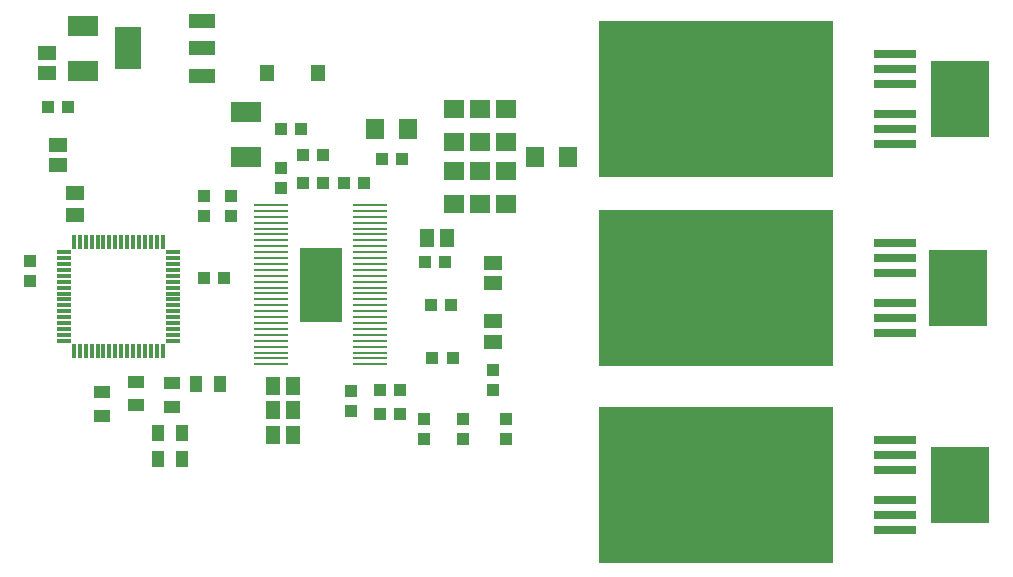
<source format=gtp>
G75*
%MOIN*%
%OFA0B0*%
%FSLAX25Y25*%
%IPPOS*%
%LPD*%
%AMOC8*
5,1,8,0,0,1.08239X$1,22.5*
%
%ADD10R,0.05118X0.05906*%
%ADD11R,0.06299X0.07087*%
%ADD12R,0.07087X0.06299*%
%ADD13R,0.05906X0.05118*%
%ADD14R,0.09843X0.06693*%
%ADD15R,0.03937X0.04331*%
%ADD16R,0.04331X0.03937*%
%ADD17R,0.05000X0.05787*%
%ADD18R,0.04331X0.05512*%
%ADD19R,0.05512X0.04331*%
%ADD20R,0.06299X0.05118*%
%ADD21R,0.78000X0.52000*%
%ADD22R,0.14000X0.02800*%
%ADD23R,0.08800X0.04800*%
%ADD24R,0.08661X0.14173*%
%ADD25R,0.19200X0.25400*%
%ADD26R,0.11575X0.01063*%
%ADD27R,0.14213X0.25000*%
%ADD28R,0.04724X0.01181*%
%ADD29R,0.01181X0.04724*%
D10*
X0140879Y0066115D03*
X0147572Y0066115D03*
X0147572Y0074240D03*
X0140879Y0074240D03*
X0140879Y0082365D03*
X0147572Y0082365D03*
X0192129Y0131740D03*
X0198822Y0131740D03*
D11*
X0228089Y0158615D03*
X0239112Y0158615D03*
X0185987Y0167990D03*
X0174964Y0167990D03*
D12*
X0201101Y0163728D03*
X0209851Y0163728D03*
X0218601Y0163728D03*
X0218601Y0154126D03*
X0209851Y0154126D03*
X0201101Y0154126D03*
X0201101Y0143103D03*
X0209851Y0143103D03*
X0218601Y0143103D03*
X0218601Y0174751D03*
X0209851Y0174751D03*
X0201101Y0174751D03*
D13*
X0214226Y0123211D03*
X0214226Y0116518D03*
X0214226Y0103836D03*
X0214226Y0097143D03*
X0069226Y0155893D03*
X0069226Y0162586D03*
X0065476Y0186518D03*
X0065476Y0193211D03*
D14*
X0077351Y0187384D03*
X0077351Y0202345D03*
X0131726Y0173595D03*
X0131726Y0158634D03*
D15*
X0143379Y0167990D03*
X0150072Y0167990D03*
X0150879Y0159240D03*
X0157572Y0159240D03*
X0157572Y0149865D03*
X0150879Y0149865D03*
X0164629Y0149865D03*
X0171322Y0149865D03*
X0177129Y0157990D03*
X0183822Y0157990D03*
X0191504Y0123615D03*
X0198197Y0123615D03*
X0200072Y0109240D03*
X0193379Y0109240D03*
X0194004Y0091740D03*
X0200697Y0091740D03*
X0183197Y0072990D03*
X0176504Y0072990D03*
X0191101Y0071336D03*
X0191101Y0064643D03*
X0059851Y0117456D03*
X0059851Y0124149D03*
X0065879Y0175490D03*
X0072572Y0175490D03*
D16*
X0117976Y0145711D03*
X0126726Y0145711D03*
X0126726Y0139018D03*
X0117976Y0139018D03*
X0143601Y0148393D03*
X0143601Y0155086D03*
X0124447Y0118302D03*
X0117754Y0118302D03*
X0166726Y0080711D03*
X0176504Y0081115D03*
X0183197Y0081115D03*
X0166726Y0074018D03*
X0204226Y0071336D03*
X0204226Y0064643D03*
X0218601Y0064643D03*
X0218601Y0071336D03*
X0214226Y0080893D03*
X0214226Y0087586D03*
D17*
X0155815Y0186740D03*
X0138886Y0186740D03*
D18*
X0102476Y0057990D03*
X0110350Y0057990D03*
X0110350Y0066740D03*
X0102476Y0066740D03*
X0115289Y0082990D03*
X0123163Y0082990D03*
D19*
X0107038Y0083177D03*
X0095163Y0083802D03*
X0083913Y0080364D03*
X0083913Y0072490D03*
X0095163Y0075928D03*
X0107038Y0075303D03*
D20*
X0074851Y0139250D03*
X0074851Y0146730D03*
D21*
X0288601Y0177990D03*
X0288601Y0114865D03*
X0288601Y0049240D03*
D22*
X0348151Y0054240D03*
X0348151Y0059240D03*
X0348151Y0064240D03*
X0348151Y0044240D03*
X0348151Y0039240D03*
X0348151Y0034240D03*
X0348151Y0099865D03*
X0348151Y0104865D03*
X0348151Y0109865D03*
X0348151Y0119865D03*
X0348151Y0124865D03*
X0348151Y0129865D03*
X0348151Y0162990D03*
X0348151Y0167990D03*
X0348151Y0172990D03*
X0348151Y0182990D03*
X0348151Y0187990D03*
X0348151Y0192990D03*
D23*
X0117051Y0194865D03*
X0117051Y0203965D03*
X0117051Y0185765D03*
D24*
X0092650Y0194865D03*
D25*
X0369226Y0114865D03*
X0369851Y0177990D03*
X0369851Y0049240D03*
D26*
X0173327Y0089540D03*
X0173327Y0091508D03*
X0173327Y0093477D03*
X0173327Y0095445D03*
X0173327Y0097414D03*
X0173327Y0099382D03*
X0173327Y0101351D03*
X0173327Y0103319D03*
X0173327Y0105288D03*
X0173327Y0107256D03*
X0173327Y0109225D03*
X0173327Y0111193D03*
X0173327Y0113162D03*
X0173327Y0115130D03*
X0173327Y0117099D03*
X0173327Y0119067D03*
X0173327Y0121036D03*
X0173327Y0123004D03*
X0173327Y0124973D03*
X0173327Y0126941D03*
X0173327Y0128910D03*
X0173327Y0130878D03*
X0173327Y0132847D03*
X0173327Y0134815D03*
X0173327Y0136784D03*
X0173327Y0138752D03*
X0173327Y0140721D03*
X0173327Y0142689D03*
X0140321Y0142689D03*
X0140321Y0140721D03*
X0140321Y0138752D03*
X0140321Y0136784D03*
X0140321Y0134815D03*
X0140321Y0132847D03*
X0140321Y0130878D03*
X0140321Y0128910D03*
X0140321Y0126941D03*
X0140321Y0124973D03*
X0140321Y0123004D03*
X0140321Y0121036D03*
X0140321Y0119067D03*
X0140321Y0117099D03*
X0140321Y0115130D03*
X0140321Y0113162D03*
X0140321Y0111193D03*
X0140321Y0109225D03*
X0140321Y0107256D03*
X0140321Y0105288D03*
X0140321Y0103319D03*
X0140321Y0101351D03*
X0140321Y0099382D03*
X0140321Y0097414D03*
X0140321Y0095445D03*
X0140321Y0093477D03*
X0140321Y0091508D03*
X0140321Y0089540D03*
D27*
X0156726Y0116115D03*
D28*
X0107464Y0117089D03*
X0107464Y0115121D03*
X0107464Y0113152D03*
X0107464Y0111184D03*
X0107464Y0109215D03*
X0107464Y0107247D03*
X0107464Y0105278D03*
X0107464Y0103310D03*
X0107464Y0101341D03*
X0107464Y0099373D03*
X0107464Y0097404D03*
X0071047Y0097404D03*
X0071047Y0099373D03*
X0071047Y0101341D03*
X0071047Y0103310D03*
X0071047Y0105278D03*
X0071047Y0107247D03*
X0071047Y0109215D03*
X0071047Y0111184D03*
X0071047Y0113152D03*
X0071047Y0115121D03*
X0071047Y0117089D03*
X0071047Y0119058D03*
X0071047Y0121026D03*
X0071047Y0122995D03*
X0071047Y0124963D03*
X0071047Y0126932D03*
X0107464Y0126932D03*
X0107464Y0124963D03*
X0107464Y0122995D03*
X0107464Y0121026D03*
X0107464Y0119058D03*
D29*
X0104019Y0130376D03*
X0102050Y0130376D03*
X0100082Y0130376D03*
X0098113Y0130376D03*
X0096145Y0130376D03*
X0094176Y0130376D03*
X0092208Y0130376D03*
X0090239Y0130376D03*
X0088271Y0130376D03*
X0086302Y0130376D03*
X0084334Y0130376D03*
X0082365Y0130376D03*
X0080397Y0130376D03*
X0078428Y0130376D03*
X0076460Y0130376D03*
X0074491Y0130376D03*
X0074491Y0093959D03*
X0076460Y0093959D03*
X0078428Y0093959D03*
X0080397Y0093959D03*
X0082365Y0093959D03*
X0084334Y0093959D03*
X0086302Y0093959D03*
X0088271Y0093959D03*
X0090239Y0093959D03*
X0092208Y0093959D03*
X0094176Y0093959D03*
X0096145Y0093959D03*
X0098113Y0093959D03*
X0100082Y0093959D03*
X0102050Y0093959D03*
X0104019Y0093959D03*
M02*

</source>
